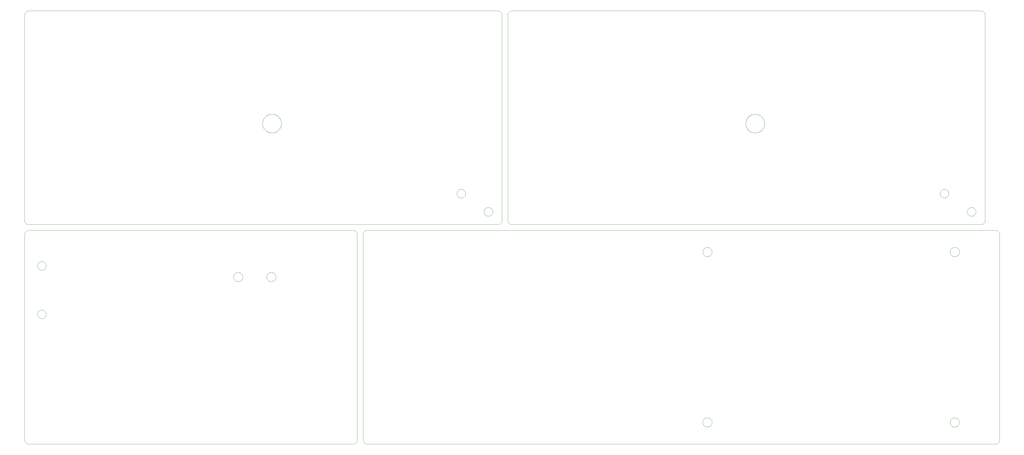
<source format=gko>
G75*
G70*
%OFA0B0*%
%FSLAX24Y24*%
%IPPOS*%
%LPD*%
%AMOC8*
5,1,8,0,0,1.08239X$1,22.5*
%
%ADD10C,0.0039*%
%ADD11C,0.0000*%
D10*
X004103Y003078D02*
X048197Y003078D01*
X048243Y003080D01*
X048289Y003085D01*
X048335Y003094D01*
X048380Y003107D01*
X048423Y003123D01*
X048465Y003142D01*
X048506Y003165D01*
X048544Y003191D01*
X048581Y003220D01*
X048615Y003251D01*
X048646Y003285D01*
X048675Y003322D01*
X048701Y003360D01*
X048724Y003401D01*
X048743Y003443D01*
X048759Y003486D01*
X048772Y003531D01*
X048781Y003577D01*
X048786Y003623D01*
X048788Y003669D01*
X048788Y031622D01*
X048786Y031668D01*
X048781Y031714D01*
X048772Y031760D01*
X048759Y031805D01*
X048743Y031848D01*
X048724Y031890D01*
X048701Y031931D01*
X048675Y031969D01*
X048646Y032006D01*
X048615Y032040D01*
X048581Y032071D01*
X048544Y032100D01*
X048506Y032126D01*
X048465Y032149D01*
X048423Y032168D01*
X048380Y032184D01*
X048335Y032197D01*
X048289Y032206D01*
X048243Y032211D01*
X048197Y032213D01*
X048197Y032212D02*
X004103Y032212D01*
X004103Y032213D02*
X004057Y032211D01*
X004011Y032206D01*
X003965Y032197D01*
X003920Y032184D01*
X003877Y032168D01*
X003835Y032149D01*
X003794Y032126D01*
X003756Y032100D01*
X003719Y032071D01*
X003685Y032040D01*
X003654Y032006D01*
X003625Y031969D01*
X003599Y031931D01*
X003576Y031890D01*
X003557Y031848D01*
X003541Y031805D01*
X003528Y031760D01*
X003519Y031714D01*
X003514Y031668D01*
X003512Y031622D01*
X003512Y003669D01*
X003514Y003623D01*
X003519Y003577D01*
X003528Y003531D01*
X003541Y003486D01*
X003557Y003443D01*
X003576Y003401D01*
X003599Y003360D01*
X003625Y003322D01*
X003654Y003285D01*
X003685Y003251D01*
X003719Y003220D01*
X003756Y003191D01*
X003794Y003165D01*
X003835Y003142D01*
X003877Y003123D01*
X003920Y003107D01*
X003965Y003094D01*
X004011Y003085D01*
X004057Y003080D01*
X004103Y003078D01*
X049575Y003669D02*
X049575Y031622D01*
X049577Y031668D01*
X049582Y031714D01*
X049591Y031760D01*
X049604Y031805D01*
X049620Y031848D01*
X049639Y031890D01*
X049662Y031931D01*
X049688Y031969D01*
X049717Y032006D01*
X049748Y032040D01*
X049782Y032071D01*
X049819Y032100D01*
X049857Y032126D01*
X049898Y032149D01*
X049940Y032168D01*
X049983Y032184D01*
X050028Y032197D01*
X050074Y032206D01*
X050120Y032211D01*
X050166Y032213D01*
X050166Y032212D02*
X135599Y032212D01*
X135599Y032213D02*
X135645Y032211D01*
X135691Y032206D01*
X135737Y032197D01*
X135782Y032184D01*
X135825Y032168D01*
X135867Y032149D01*
X135908Y032126D01*
X135946Y032100D01*
X135983Y032071D01*
X136017Y032040D01*
X136048Y032006D01*
X136077Y031969D01*
X136103Y031931D01*
X136126Y031890D01*
X136145Y031848D01*
X136161Y031805D01*
X136174Y031760D01*
X136183Y031714D01*
X136188Y031668D01*
X136190Y031622D01*
X136189Y031622D02*
X136189Y003669D01*
X136190Y003669D02*
X136188Y003623D01*
X136183Y003577D01*
X136174Y003531D01*
X136161Y003486D01*
X136145Y003443D01*
X136126Y003401D01*
X136103Y003360D01*
X136077Y003322D01*
X136048Y003285D01*
X136017Y003251D01*
X135983Y003220D01*
X135946Y003191D01*
X135908Y003165D01*
X135867Y003142D01*
X135825Y003123D01*
X135782Y003107D01*
X135737Y003094D01*
X135691Y003085D01*
X135645Y003080D01*
X135599Y003078D01*
X050166Y003078D01*
X050120Y003080D01*
X050074Y003085D01*
X050028Y003094D01*
X049983Y003107D01*
X049940Y003123D01*
X049898Y003142D01*
X049857Y003165D01*
X049819Y003191D01*
X049782Y003220D01*
X049748Y003251D01*
X049717Y003285D01*
X049688Y003322D01*
X049662Y003360D01*
X049639Y003401D01*
X049620Y003443D01*
X049604Y003486D01*
X049591Y003531D01*
X049582Y003577D01*
X049577Y003623D01*
X049575Y003669D01*
X067882Y033000D02*
X004103Y033000D01*
X004103Y032999D02*
X004057Y033001D01*
X004011Y033006D01*
X003965Y033015D01*
X003920Y033028D01*
X003877Y033044D01*
X003835Y033063D01*
X003794Y033086D01*
X003756Y033112D01*
X003719Y033141D01*
X003685Y033172D01*
X003654Y033206D01*
X003625Y033243D01*
X003599Y033281D01*
X003576Y033322D01*
X003557Y033364D01*
X003541Y033407D01*
X003528Y033452D01*
X003519Y033498D01*
X003514Y033544D01*
X003512Y033590D01*
X003512Y061543D01*
X003514Y061589D01*
X003519Y061635D01*
X003528Y061681D01*
X003541Y061726D01*
X003557Y061769D01*
X003576Y061811D01*
X003599Y061852D01*
X003625Y061890D01*
X003654Y061927D01*
X003685Y061961D01*
X003719Y061992D01*
X003756Y062021D01*
X003794Y062047D01*
X003835Y062070D01*
X003877Y062089D01*
X003920Y062105D01*
X003965Y062118D01*
X004011Y062127D01*
X004057Y062132D01*
X004103Y062134D01*
X004103Y062133D02*
X067882Y062133D01*
X067882Y062134D02*
X067928Y062132D01*
X067974Y062127D01*
X068020Y062118D01*
X068065Y062105D01*
X068108Y062089D01*
X068150Y062070D01*
X068191Y062047D01*
X068229Y062021D01*
X068266Y061992D01*
X068300Y061961D01*
X068331Y061927D01*
X068360Y061890D01*
X068386Y061852D01*
X068409Y061811D01*
X068428Y061769D01*
X068444Y061726D01*
X068457Y061681D01*
X068466Y061635D01*
X068471Y061589D01*
X068473Y061543D01*
X068473Y033590D01*
X068471Y033544D01*
X068466Y033498D01*
X068457Y033452D01*
X068444Y033407D01*
X068428Y033364D01*
X068409Y033322D01*
X068386Y033281D01*
X068360Y033243D01*
X068331Y033206D01*
X068300Y033172D01*
X068266Y033141D01*
X068229Y033112D01*
X068191Y033086D01*
X068150Y033063D01*
X068108Y033044D01*
X068065Y033028D01*
X068020Y033015D01*
X067974Y033006D01*
X067928Y033001D01*
X067882Y032999D01*
X069260Y033590D02*
X069260Y061543D01*
X069262Y061589D01*
X069267Y061635D01*
X069276Y061681D01*
X069289Y061726D01*
X069305Y061769D01*
X069324Y061811D01*
X069347Y061852D01*
X069373Y061890D01*
X069402Y061927D01*
X069433Y061961D01*
X069467Y061992D01*
X069504Y062021D01*
X069542Y062047D01*
X069583Y062070D01*
X069625Y062089D01*
X069668Y062105D01*
X069713Y062118D01*
X069759Y062127D01*
X069805Y062132D01*
X069851Y062134D01*
X069851Y062133D02*
X133630Y062133D01*
X133630Y062134D02*
X133676Y062132D01*
X133722Y062127D01*
X133768Y062118D01*
X133813Y062105D01*
X133856Y062089D01*
X133898Y062070D01*
X133939Y062047D01*
X133977Y062021D01*
X134014Y061992D01*
X134048Y061961D01*
X134079Y061927D01*
X134108Y061890D01*
X134134Y061852D01*
X134157Y061811D01*
X134176Y061769D01*
X134192Y061726D01*
X134205Y061681D01*
X134214Y061635D01*
X134219Y061589D01*
X134221Y061543D01*
X134221Y033590D01*
X134219Y033544D01*
X134214Y033498D01*
X134205Y033452D01*
X134192Y033407D01*
X134176Y033364D01*
X134157Y033322D01*
X134134Y033281D01*
X134108Y033243D01*
X134079Y033206D01*
X134048Y033172D01*
X134014Y033141D01*
X133977Y033112D01*
X133939Y033086D01*
X133898Y033063D01*
X133856Y033044D01*
X133813Y033028D01*
X133768Y033015D01*
X133722Y033006D01*
X133676Y033001D01*
X133630Y032999D01*
X133630Y033000D02*
X069851Y033000D01*
X069851Y032999D02*
X069805Y033001D01*
X069759Y033006D01*
X069713Y033015D01*
X069668Y033028D01*
X069625Y033044D01*
X069583Y033063D01*
X069542Y033086D01*
X069504Y033112D01*
X069467Y033141D01*
X069433Y033172D01*
X069402Y033206D01*
X069373Y033243D01*
X069347Y033281D01*
X069324Y033322D01*
X069305Y033364D01*
X069289Y033407D01*
X069276Y033452D01*
X069267Y033498D01*
X069262Y033544D01*
X069260Y033590D01*
D11*
X066031Y034746D02*
X066033Y034794D01*
X066039Y034842D01*
X066049Y034889D01*
X066062Y034935D01*
X066080Y034980D01*
X066100Y035024D01*
X066125Y035066D01*
X066153Y035105D01*
X066183Y035142D01*
X066217Y035176D01*
X066254Y035208D01*
X066292Y035237D01*
X066333Y035262D01*
X066376Y035284D01*
X066421Y035302D01*
X066467Y035316D01*
X066514Y035327D01*
X066562Y035334D01*
X066610Y035337D01*
X066658Y035336D01*
X066706Y035331D01*
X066754Y035322D01*
X066800Y035310D01*
X066845Y035293D01*
X066889Y035273D01*
X066931Y035250D01*
X066971Y035223D01*
X067009Y035193D01*
X067044Y035160D01*
X067076Y035124D01*
X067106Y035086D01*
X067132Y035045D01*
X067154Y035002D01*
X067174Y034958D01*
X067189Y034913D01*
X067201Y034866D01*
X067209Y034818D01*
X067213Y034770D01*
X067213Y034722D01*
X067209Y034674D01*
X067201Y034626D01*
X067189Y034579D01*
X067174Y034534D01*
X067154Y034490D01*
X067132Y034447D01*
X067106Y034406D01*
X067076Y034368D01*
X067044Y034332D01*
X067009Y034299D01*
X066971Y034269D01*
X066931Y034242D01*
X066889Y034219D01*
X066845Y034199D01*
X066800Y034182D01*
X066754Y034170D01*
X066706Y034161D01*
X066658Y034156D01*
X066610Y034155D01*
X066562Y034158D01*
X066514Y034165D01*
X066467Y034176D01*
X066421Y034190D01*
X066376Y034208D01*
X066333Y034230D01*
X066292Y034255D01*
X066254Y034284D01*
X066217Y034316D01*
X066183Y034350D01*
X066153Y034387D01*
X066125Y034426D01*
X066100Y034468D01*
X066080Y034512D01*
X066062Y034557D01*
X066049Y034603D01*
X066039Y034650D01*
X066033Y034698D01*
X066031Y034746D01*
X062330Y037227D02*
X062332Y037275D01*
X062338Y037323D01*
X062348Y037370D01*
X062361Y037416D01*
X062379Y037461D01*
X062399Y037505D01*
X062424Y037547D01*
X062452Y037586D01*
X062482Y037623D01*
X062516Y037657D01*
X062553Y037689D01*
X062591Y037718D01*
X062632Y037743D01*
X062675Y037765D01*
X062720Y037783D01*
X062766Y037797D01*
X062813Y037808D01*
X062861Y037815D01*
X062909Y037818D01*
X062957Y037817D01*
X063005Y037812D01*
X063053Y037803D01*
X063099Y037791D01*
X063144Y037774D01*
X063188Y037754D01*
X063230Y037731D01*
X063270Y037704D01*
X063308Y037674D01*
X063343Y037641D01*
X063375Y037605D01*
X063405Y037567D01*
X063431Y037526D01*
X063453Y037483D01*
X063473Y037439D01*
X063488Y037394D01*
X063500Y037347D01*
X063508Y037299D01*
X063512Y037251D01*
X063512Y037203D01*
X063508Y037155D01*
X063500Y037107D01*
X063488Y037060D01*
X063473Y037015D01*
X063453Y036971D01*
X063431Y036928D01*
X063405Y036887D01*
X063375Y036849D01*
X063343Y036813D01*
X063308Y036780D01*
X063270Y036750D01*
X063230Y036723D01*
X063188Y036700D01*
X063144Y036680D01*
X063099Y036663D01*
X063053Y036651D01*
X063005Y036642D01*
X062957Y036637D01*
X062909Y036636D01*
X062861Y036639D01*
X062813Y036646D01*
X062766Y036657D01*
X062720Y036671D01*
X062675Y036689D01*
X062632Y036711D01*
X062591Y036736D01*
X062553Y036765D01*
X062516Y036797D01*
X062482Y036831D01*
X062452Y036868D01*
X062424Y036907D01*
X062399Y036949D01*
X062379Y036993D01*
X062361Y037038D01*
X062348Y037084D01*
X062338Y037131D01*
X062332Y037179D01*
X062330Y037227D01*
X035893Y046779D02*
X035895Y046850D01*
X035901Y046921D01*
X035911Y046992D01*
X035925Y047061D01*
X035942Y047130D01*
X035964Y047198D01*
X035989Y047265D01*
X036018Y047330D01*
X036050Y047393D01*
X036086Y047455D01*
X036125Y047514D01*
X036168Y047571D01*
X036213Y047626D01*
X036262Y047678D01*
X036313Y047727D01*
X036367Y047773D01*
X036424Y047817D01*
X036482Y047857D01*
X036543Y047893D01*
X036606Y047927D01*
X036671Y047956D01*
X036737Y047982D01*
X036805Y048005D01*
X036873Y048023D01*
X036943Y048038D01*
X037013Y048049D01*
X037084Y048056D01*
X037155Y048059D01*
X037226Y048058D01*
X037297Y048053D01*
X037368Y048044D01*
X037438Y048031D01*
X037507Y048015D01*
X037575Y047994D01*
X037642Y047970D01*
X037708Y047942D01*
X037771Y047910D01*
X037833Y047875D01*
X037893Y047837D01*
X037951Y047795D01*
X038006Y047751D01*
X038059Y047703D01*
X038109Y047652D01*
X038156Y047599D01*
X038200Y047543D01*
X038241Y047485D01*
X038279Y047424D01*
X038313Y047362D01*
X038343Y047297D01*
X038370Y047232D01*
X038394Y047164D01*
X038413Y047096D01*
X038429Y047027D01*
X038441Y046956D01*
X038449Y046886D01*
X038453Y046815D01*
X038453Y046743D01*
X038449Y046672D01*
X038441Y046602D01*
X038429Y046531D01*
X038413Y046462D01*
X038394Y046394D01*
X038370Y046326D01*
X038343Y046261D01*
X038313Y046196D01*
X038279Y046134D01*
X038241Y046073D01*
X038200Y046015D01*
X038156Y045959D01*
X038109Y045906D01*
X038059Y045855D01*
X038006Y045807D01*
X037951Y045763D01*
X037893Y045721D01*
X037833Y045683D01*
X037771Y045648D01*
X037708Y045616D01*
X037642Y045588D01*
X037575Y045564D01*
X037507Y045543D01*
X037438Y045527D01*
X037368Y045514D01*
X037297Y045505D01*
X037226Y045500D01*
X037155Y045499D01*
X037084Y045502D01*
X037013Y045509D01*
X036943Y045520D01*
X036873Y045535D01*
X036805Y045553D01*
X036737Y045576D01*
X036671Y045602D01*
X036606Y045631D01*
X036543Y045665D01*
X036482Y045701D01*
X036424Y045741D01*
X036367Y045785D01*
X036313Y045831D01*
X036262Y045880D01*
X036213Y045932D01*
X036168Y045987D01*
X036125Y046044D01*
X036086Y046103D01*
X036050Y046165D01*
X036018Y046228D01*
X035989Y046293D01*
X035964Y046360D01*
X035942Y046428D01*
X035925Y046497D01*
X035911Y046566D01*
X035901Y046637D01*
X035895Y046708D01*
X035893Y046779D01*
X005272Y027378D02*
X005274Y027426D01*
X005280Y027474D01*
X005290Y027521D01*
X005303Y027567D01*
X005321Y027612D01*
X005341Y027656D01*
X005366Y027698D01*
X005394Y027737D01*
X005424Y027774D01*
X005458Y027808D01*
X005495Y027840D01*
X005533Y027869D01*
X005574Y027894D01*
X005617Y027916D01*
X005662Y027934D01*
X005708Y027948D01*
X005755Y027959D01*
X005803Y027966D01*
X005851Y027969D01*
X005899Y027968D01*
X005947Y027963D01*
X005995Y027954D01*
X006041Y027942D01*
X006086Y027925D01*
X006130Y027905D01*
X006172Y027882D01*
X006212Y027855D01*
X006250Y027825D01*
X006285Y027792D01*
X006317Y027756D01*
X006347Y027718D01*
X006373Y027677D01*
X006395Y027634D01*
X006415Y027590D01*
X006430Y027545D01*
X006442Y027498D01*
X006450Y027450D01*
X006454Y027402D01*
X006454Y027354D01*
X006450Y027306D01*
X006442Y027258D01*
X006430Y027211D01*
X006415Y027166D01*
X006395Y027122D01*
X006373Y027079D01*
X006347Y027038D01*
X006317Y027000D01*
X006285Y026964D01*
X006250Y026931D01*
X006212Y026901D01*
X006172Y026874D01*
X006130Y026851D01*
X006086Y026831D01*
X006041Y026814D01*
X005995Y026802D01*
X005947Y026793D01*
X005899Y026788D01*
X005851Y026787D01*
X005803Y026790D01*
X005755Y026797D01*
X005708Y026808D01*
X005662Y026822D01*
X005617Y026840D01*
X005574Y026862D01*
X005533Y026887D01*
X005495Y026916D01*
X005458Y026948D01*
X005424Y026982D01*
X005394Y027019D01*
X005366Y027058D01*
X005341Y027100D01*
X005321Y027144D01*
X005303Y027189D01*
X005290Y027235D01*
X005280Y027282D01*
X005274Y027330D01*
X005272Y027378D01*
X005272Y020764D02*
X005274Y020812D01*
X005280Y020860D01*
X005290Y020907D01*
X005303Y020953D01*
X005321Y020998D01*
X005341Y021042D01*
X005366Y021084D01*
X005394Y021123D01*
X005424Y021160D01*
X005458Y021194D01*
X005495Y021226D01*
X005533Y021255D01*
X005574Y021280D01*
X005617Y021302D01*
X005662Y021320D01*
X005708Y021334D01*
X005755Y021345D01*
X005803Y021352D01*
X005851Y021355D01*
X005899Y021354D01*
X005947Y021349D01*
X005995Y021340D01*
X006041Y021328D01*
X006086Y021311D01*
X006130Y021291D01*
X006172Y021268D01*
X006212Y021241D01*
X006250Y021211D01*
X006285Y021178D01*
X006317Y021142D01*
X006347Y021104D01*
X006373Y021063D01*
X006395Y021020D01*
X006415Y020976D01*
X006430Y020931D01*
X006442Y020884D01*
X006450Y020836D01*
X006454Y020788D01*
X006454Y020740D01*
X006450Y020692D01*
X006442Y020644D01*
X006430Y020597D01*
X006415Y020552D01*
X006395Y020508D01*
X006373Y020465D01*
X006347Y020424D01*
X006317Y020386D01*
X006285Y020350D01*
X006250Y020317D01*
X006212Y020287D01*
X006172Y020260D01*
X006130Y020237D01*
X006086Y020217D01*
X006041Y020200D01*
X005995Y020188D01*
X005947Y020179D01*
X005899Y020174D01*
X005851Y020173D01*
X005803Y020176D01*
X005755Y020183D01*
X005708Y020194D01*
X005662Y020208D01*
X005617Y020226D01*
X005574Y020248D01*
X005533Y020273D01*
X005495Y020302D01*
X005458Y020334D01*
X005424Y020368D01*
X005394Y020405D01*
X005366Y020444D01*
X005341Y020486D01*
X005321Y020530D01*
X005303Y020575D01*
X005290Y020621D01*
X005280Y020668D01*
X005274Y020716D01*
X005272Y020764D01*
X031947Y025852D02*
X031949Y025902D01*
X031955Y025952D01*
X031965Y026001D01*
X031979Y026049D01*
X031996Y026096D01*
X032017Y026141D01*
X032042Y026185D01*
X032070Y026226D01*
X032102Y026265D01*
X032136Y026302D01*
X032173Y026336D01*
X032213Y026366D01*
X032255Y026393D01*
X032299Y026417D01*
X032345Y026438D01*
X032392Y026454D01*
X032440Y026467D01*
X032490Y026476D01*
X032539Y026481D01*
X032590Y026482D01*
X032640Y026479D01*
X032689Y026472D01*
X032738Y026461D01*
X032786Y026446D01*
X032832Y026428D01*
X032877Y026406D01*
X032920Y026380D01*
X032961Y026351D01*
X033000Y026319D01*
X033036Y026284D01*
X033068Y026246D01*
X033098Y026206D01*
X033125Y026163D01*
X033148Y026119D01*
X033167Y026073D01*
X033183Y026025D01*
X033195Y025976D01*
X033203Y025927D01*
X033207Y025877D01*
X033207Y025827D01*
X033203Y025777D01*
X033195Y025728D01*
X033183Y025679D01*
X033167Y025631D01*
X033148Y025585D01*
X033125Y025541D01*
X033098Y025498D01*
X033068Y025458D01*
X033036Y025420D01*
X033000Y025385D01*
X032961Y025353D01*
X032920Y025324D01*
X032877Y025298D01*
X032832Y025276D01*
X032786Y025258D01*
X032738Y025243D01*
X032689Y025232D01*
X032640Y025225D01*
X032590Y025222D01*
X032539Y025223D01*
X032490Y025228D01*
X032440Y025237D01*
X032392Y025250D01*
X032345Y025266D01*
X032299Y025287D01*
X032255Y025311D01*
X032213Y025338D01*
X032173Y025368D01*
X032136Y025402D01*
X032102Y025439D01*
X032070Y025478D01*
X032042Y025519D01*
X032017Y025563D01*
X031996Y025608D01*
X031979Y025655D01*
X031965Y025703D01*
X031955Y025752D01*
X031949Y025802D01*
X031947Y025852D01*
X036447Y025852D02*
X036449Y025902D01*
X036455Y025952D01*
X036465Y026001D01*
X036479Y026049D01*
X036496Y026096D01*
X036517Y026141D01*
X036542Y026185D01*
X036570Y026226D01*
X036602Y026265D01*
X036636Y026302D01*
X036673Y026336D01*
X036713Y026366D01*
X036755Y026393D01*
X036799Y026417D01*
X036845Y026438D01*
X036892Y026454D01*
X036940Y026467D01*
X036990Y026476D01*
X037039Y026481D01*
X037090Y026482D01*
X037140Y026479D01*
X037189Y026472D01*
X037238Y026461D01*
X037286Y026446D01*
X037332Y026428D01*
X037377Y026406D01*
X037420Y026380D01*
X037461Y026351D01*
X037500Y026319D01*
X037536Y026284D01*
X037568Y026246D01*
X037598Y026206D01*
X037625Y026163D01*
X037648Y026119D01*
X037667Y026073D01*
X037683Y026025D01*
X037695Y025976D01*
X037703Y025927D01*
X037707Y025877D01*
X037707Y025827D01*
X037703Y025777D01*
X037695Y025728D01*
X037683Y025679D01*
X037667Y025631D01*
X037648Y025585D01*
X037625Y025541D01*
X037598Y025498D01*
X037568Y025458D01*
X037536Y025420D01*
X037500Y025385D01*
X037461Y025353D01*
X037420Y025324D01*
X037377Y025298D01*
X037332Y025276D01*
X037286Y025258D01*
X037238Y025243D01*
X037189Y025232D01*
X037140Y025225D01*
X037090Y025222D01*
X037039Y025223D01*
X036990Y025228D01*
X036940Y025237D01*
X036892Y025250D01*
X036845Y025266D01*
X036799Y025287D01*
X036755Y025311D01*
X036713Y025338D01*
X036673Y025368D01*
X036636Y025402D01*
X036602Y025439D01*
X036570Y025478D01*
X036542Y025519D01*
X036517Y025563D01*
X036496Y025608D01*
X036479Y025655D01*
X036465Y025703D01*
X036455Y025752D01*
X036449Y025802D01*
X036447Y025852D01*
X095795Y029259D02*
X095797Y029309D01*
X095803Y029359D01*
X095813Y029408D01*
X095827Y029456D01*
X095844Y029503D01*
X095865Y029548D01*
X095890Y029592D01*
X095918Y029633D01*
X095950Y029672D01*
X095984Y029709D01*
X096021Y029743D01*
X096061Y029773D01*
X096103Y029800D01*
X096147Y029824D01*
X096193Y029845D01*
X096240Y029861D01*
X096288Y029874D01*
X096338Y029883D01*
X096387Y029888D01*
X096438Y029889D01*
X096488Y029886D01*
X096537Y029879D01*
X096586Y029868D01*
X096634Y029853D01*
X096680Y029835D01*
X096725Y029813D01*
X096768Y029787D01*
X096809Y029758D01*
X096848Y029726D01*
X096884Y029691D01*
X096916Y029653D01*
X096946Y029613D01*
X096973Y029570D01*
X096996Y029526D01*
X097015Y029480D01*
X097031Y029432D01*
X097043Y029383D01*
X097051Y029334D01*
X097055Y029284D01*
X097055Y029234D01*
X097051Y029184D01*
X097043Y029135D01*
X097031Y029086D01*
X097015Y029038D01*
X096996Y028992D01*
X096973Y028948D01*
X096946Y028905D01*
X096916Y028865D01*
X096884Y028827D01*
X096848Y028792D01*
X096809Y028760D01*
X096768Y028731D01*
X096725Y028705D01*
X096680Y028683D01*
X096634Y028665D01*
X096586Y028650D01*
X096537Y028639D01*
X096488Y028632D01*
X096438Y028629D01*
X096387Y028630D01*
X096338Y028635D01*
X096288Y028644D01*
X096240Y028657D01*
X096193Y028673D01*
X096147Y028694D01*
X096103Y028718D01*
X096061Y028745D01*
X096021Y028775D01*
X095984Y028809D01*
X095950Y028846D01*
X095918Y028885D01*
X095890Y028926D01*
X095865Y028970D01*
X095844Y029015D01*
X095827Y029062D01*
X095813Y029110D01*
X095803Y029159D01*
X095797Y029209D01*
X095795Y029259D01*
X128078Y037227D02*
X128080Y037275D01*
X128086Y037323D01*
X128096Y037370D01*
X128109Y037416D01*
X128127Y037461D01*
X128147Y037505D01*
X128172Y037547D01*
X128200Y037586D01*
X128230Y037623D01*
X128264Y037657D01*
X128301Y037689D01*
X128339Y037718D01*
X128380Y037743D01*
X128423Y037765D01*
X128468Y037783D01*
X128514Y037797D01*
X128561Y037808D01*
X128609Y037815D01*
X128657Y037818D01*
X128705Y037817D01*
X128753Y037812D01*
X128801Y037803D01*
X128847Y037791D01*
X128892Y037774D01*
X128936Y037754D01*
X128978Y037731D01*
X129018Y037704D01*
X129056Y037674D01*
X129091Y037641D01*
X129123Y037605D01*
X129153Y037567D01*
X129179Y037526D01*
X129201Y037483D01*
X129221Y037439D01*
X129236Y037394D01*
X129248Y037347D01*
X129256Y037299D01*
X129260Y037251D01*
X129260Y037203D01*
X129256Y037155D01*
X129248Y037107D01*
X129236Y037060D01*
X129221Y037015D01*
X129201Y036971D01*
X129179Y036928D01*
X129153Y036887D01*
X129123Y036849D01*
X129091Y036813D01*
X129056Y036780D01*
X129018Y036750D01*
X128978Y036723D01*
X128936Y036700D01*
X128892Y036680D01*
X128847Y036663D01*
X128801Y036651D01*
X128753Y036642D01*
X128705Y036637D01*
X128657Y036636D01*
X128609Y036639D01*
X128561Y036646D01*
X128514Y036657D01*
X128468Y036671D01*
X128423Y036689D01*
X128380Y036711D01*
X128339Y036736D01*
X128301Y036765D01*
X128264Y036797D01*
X128230Y036831D01*
X128200Y036868D01*
X128172Y036907D01*
X128147Y036949D01*
X128127Y036993D01*
X128109Y037038D01*
X128096Y037084D01*
X128086Y037131D01*
X128080Y037179D01*
X128078Y037227D01*
X131779Y034746D02*
X131781Y034794D01*
X131787Y034842D01*
X131797Y034889D01*
X131810Y034935D01*
X131828Y034980D01*
X131848Y035024D01*
X131873Y035066D01*
X131901Y035105D01*
X131931Y035142D01*
X131965Y035176D01*
X132002Y035208D01*
X132040Y035237D01*
X132081Y035262D01*
X132124Y035284D01*
X132169Y035302D01*
X132215Y035316D01*
X132262Y035327D01*
X132310Y035334D01*
X132358Y035337D01*
X132406Y035336D01*
X132454Y035331D01*
X132502Y035322D01*
X132548Y035310D01*
X132593Y035293D01*
X132637Y035273D01*
X132679Y035250D01*
X132719Y035223D01*
X132757Y035193D01*
X132792Y035160D01*
X132824Y035124D01*
X132854Y035086D01*
X132880Y035045D01*
X132902Y035002D01*
X132922Y034958D01*
X132937Y034913D01*
X132949Y034866D01*
X132957Y034818D01*
X132961Y034770D01*
X132961Y034722D01*
X132957Y034674D01*
X132949Y034626D01*
X132937Y034579D01*
X132922Y034534D01*
X132902Y034490D01*
X132880Y034447D01*
X132854Y034406D01*
X132824Y034368D01*
X132792Y034332D01*
X132757Y034299D01*
X132719Y034269D01*
X132679Y034242D01*
X132637Y034219D01*
X132593Y034199D01*
X132548Y034182D01*
X132502Y034170D01*
X132454Y034161D01*
X132406Y034156D01*
X132358Y034155D01*
X132310Y034158D01*
X132262Y034165D01*
X132215Y034176D01*
X132169Y034190D01*
X132124Y034208D01*
X132081Y034230D01*
X132040Y034255D01*
X132002Y034284D01*
X131965Y034316D01*
X131931Y034350D01*
X131901Y034387D01*
X131873Y034426D01*
X131848Y034468D01*
X131828Y034512D01*
X131810Y034557D01*
X131797Y034603D01*
X131787Y034650D01*
X131781Y034698D01*
X131779Y034746D01*
X129457Y029259D02*
X129459Y029309D01*
X129465Y029359D01*
X129475Y029408D01*
X129489Y029456D01*
X129506Y029503D01*
X129527Y029548D01*
X129552Y029592D01*
X129580Y029633D01*
X129612Y029672D01*
X129646Y029709D01*
X129683Y029743D01*
X129723Y029773D01*
X129765Y029800D01*
X129809Y029824D01*
X129855Y029845D01*
X129902Y029861D01*
X129950Y029874D01*
X130000Y029883D01*
X130049Y029888D01*
X130100Y029889D01*
X130150Y029886D01*
X130199Y029879D01*
X130248Y029868D01*
X130296Y029853D01*
X130342Y029835D01*
X130387Y029813D01*
X130430Y029787D01*
X130471Y029758D01*
X130510Y029726D01*
X130546Y029691D01*
X130578Y029653D01*
X130608Y029613D01*
X130635Y029570D01*
X130658Y029526D01*
X130677Y029480D01*
X130693Y029432D01*
X130705Y029383D01*
X130713Y029334D01*
X130717Y029284D01*
X130717Y029234D01*
X130713Y029184D01*
X130705Y029135D01*
X130693Y029086D01*
X130677Y029038D01*
X130658Y028992D01*
X130635Y028948D01*
X130608Y028905D01*
X130578Y028865D01*
X130546Y028827D01*
X130510Y028792D01*
X130471Y028760D01*
X130430Y028731D01*
X130387Y028705D01*
X130342Y028683D01*
X130296Y028665D01*
X130248Y028650D01*
X130199Y028639D01*
X130150Y028632D01*
X130100Y028629D01*
X130049Y028630D01*
X130000Y028635D01*
X129950Y028644D01*
X129902Y028657D01*
X129855Y028673D01*
X129809Y028694D01*
X129765Y028718D01*
X129723Y028745D01*
X129683Y028775D01*
X129646Y028809D01*
X129612Y028846D01*
X129580Y028885D01*
X129552Y028926D01*
X129527Y028970D01*
X129506Y029015D01*
X129489Y029062D01*
X129475Y029110D01*
X129465Y029159D01*
X129459Y029209D01*
X129457Y029259D01*
X101642Y046779D02*
X101644Y046850D01*
X101650Y046921D01*
X101660Y046992D01*
X101674Y047061D01*
X101691Y047130D01*
X101713Y047198D01*
X101738Y047265D01*
X101767Y047330D01*
X101799Y047393D01*
X101835Y047455D01*
X101874Y047514D01*
X101917Y047571D01*
X101962Y047626D01*
X102011Y047678D01*
X102062Y047727D01*
X102116Y047773D01*
X102173Y047817D01*
X102231Y047857D01*
X102292Y047893D01*
X102355Y047927D01*
X102420Y047956D01*
X102486Y047982D01*
X102554Y048005D01*
X102622Y048023D01*
X102692Y048038D01*
X102762Y048049D01*
X102833Y048056D01*
X102904Y048059D01*
X102975Y048058D01*
X103046Y048053D01*
X103117Y048044D01*
X103187Y048031D01*
X103256Y048015D01*
X103324Y047994D01*
X103391Y047970D01*
X103457Y047942D01*
X103520Y047910D01*
X103582Y047875D01*
X103642Y047837D01*
X103700Y047795D01*
X103755Y047751D01*
X103808Y047703D01*
X103858Y047652D01*
X103905Y047599D01*
X103949Y047543D01*
X103990Y047485D01*
X104028Y047424D01*
X104062Y047362D01*
X104092Y047297D01*
X104119Y047232D01*
X104143Y047164D01*
X104162Y047096D01*
X104178Y047027D01*
X104190Y046956D01*
X104198Y046886D01*
X104202Y046815D01*
X104202Y046743D01*
X104198Y046672D01*
X104190Y046602D01*
X104178Y046531D01*
X104162Y046462D01*
X104143Y046394D01*
X104119Y046326D01*
X104092Y046261D01*
X104062Y046196D01*
X104028Y046134D01*
X103990Y046073D01*
X103949Y046015D01*
X103905Y045959D01*
X103858Y045906D01*
X103808Y045855D01*
X103755Y045807D01*
X103700Y045763D01*
X103642Y045721D01*
X103582Y045683D01*
X103520Y045648D01*
X103457Y045616D01*
X103391Y045588D01*
X103324Y045564D01*
X103256Y045543D01*
X103187Y045527D01*
X103117Y045514D01*
X103046Y045505D01*
X102975Y045500D01*
X102904Y045499D01*
X102833Y045502D01*
X102762Y045509D01*
X102692Y045520D01*
X102622Y045535D01*
X102554Y045553D01*
X102486Y045576D01*
X102420Y045602D01*
X102355Y045631D01*
X102292Y045665D01*
X102231Y045701D01*
X102173Y045741D01*
X102116Y045785D01*
X102062Y045831D01*
X102011Y045880D01*
X101962Y045932D01*
X101917Y045987D01*
X101874Y046044D01*
X101835Y046103D01*
X101799Y046165D01*
X101767Y046228D01*
X101738Y046293D01*
X101713Y046360D01*
X101691Y046428D01*
X101674Y046497D01*
X101660Y046566D01*
X101650Y046637D01*
X101644Y046708D01*
X101642Y046779D01*
X095795Y006031D02*
X095797Y006081D01*
X095803Y006131D01*
X095813Y006180D01*
X095827Y006228D01*
X095844Y006275D01*
X095865Y006320D01*
X095890Y006364D01*
X095918Y006405D01*
X095950Y006444D01*
X095984Y006481D01*
X096021Y006515D01*
X096061Y006545D01*
X096103Y006572D01*
X096147Y006596D01*
X096193Y006617D01*
X096240Y006633D01*
X096288Y006646D01*
X096338Y006655D01*
X096387Y006660D01*
X096438Y006661D01*
X096488Y006658D01*
X096537Y006651D01*
X096586Y006640D01*
X096634Y006625D01*
X096680Y006607D01*
X096725Y006585D01*
X096768Y006559D01*
X096809Y006530D01*
X096848Y006498D01*
X096884Y006463D01*
X096916Y006425D01*
X096946Y006385D01*
X096973Y006342D01*
X096996Y006298D01*
X097015Y006252D01*
X097031Y006204D01*
X097043Y006155D01*
X097051Y006106D01*
X097055Y006056D01*
X097055Y006006D01*
X097051Y005956D01*
X097043Y005907D01*
X097031Y005858D01*
X097015Y005810D01*
X096996Y005764D01*
X096973Y005720D01*
X096946Y005677D01*
X096916Y005637D01*
X096884Y005599D01*
X096848Y005564D01*
X096809Y005532D01*
X096768Y005503D01*
X096725Y005477D01*
X096680Y005455D01*
X096634Y005437D01*
X096586Y005422D01*
X096537Y005411D01*
X096488Y005404D01*
X096438Y005401D01*
X096387Y005402D01*
X096338Y005407D01*
X096288Y005416D01*
X096240Y005429D01*
X096193Y005445D01*
X096147Y005466D01*
X096103Y005490D01*
X096061Y005517D01*
X096021Y005547D01*
X095984Y005581D01*
X095950Y005618D01*
X095918Y005657D01*
X095890Y005698D01*
X095865Y005742D01*
X095844Y005787D01*
X095827Y005834D01*
X095813Y005882D01*
X095803Y005931D01*
X095797Y005981D01*
X095795Y006031D01*
X129457Y006031D02*
X129459Y006081D01*
X129465Y006131D01*
X129475Y006180D01*
X129489Y006228D01*
X129506Y006275D01*
X129527Y006320D01*
X129552Y006364D01*
X129580Y006405D01*
X129612Y006444D01*
X129646Y006481D01*
X129683Y006515D01*
X129723Y006545D01*
X129765Y006572D01*
X129809Y006596D01*
X129855Y006617D01*
X129902Y006633D01*
X129950Y006646D01*
X130000Y006655D01*
X130049Y006660D01*
X130100Y006661D01*
X130150Y006658D01*
X130199Y006651D01*
X130248Y006640D01*
X130296Y006625D01*
X130342Y006607D01*
X130387Y006585D01*
X130430Y006559D01*
X130471Y006530D01*
X130510Y006498D01*
X130546Y006463D01*
X130578Y006425D01*
X130608Y006385D01*
X130635Y006342D01*
X130658Y006298D01*
X130677Y006252D01*
X130693Y006204D01*
X130705Y006155D01*
X130713Y006106D01*
X130717Y006056D01*
X130717Y006006D01*
X130713Y005956D01*
X130705Y005907D01*
X130693Y005858D01*
X130677Y005810D01*
X130658Y005764D01*
X130635Y005720D01*
X130608Y005677D01*
X130578Y005637D01*
X130546Y005599D01*
X130510Y005564D01*
X130471Y005532D01*
X130430Y005503D01*
X130387Y005477D01*
X130342Y005455D01*
X130296Y005437D01*
X130248Y005422D01*
X130199Y005411D01*
X130150Y005404D01*
X130100Y005401D01*
X130049Y005402D01*
X130000Y005407D01*
X129950Y005416D01*
X129902Y005429D01*
X129855Y005445D01*
X129809Y005466D01*
X129765Y005490D01*
X129723Y005517D01*
X129683Y005547D01*
X129646Y005581D01*
X129612Y005618D01*
X129580Y005657D01*
X129552Y005698D01*
X129527Y005742D01*
X129506Y005787D01*
X129489Y005834D01*
X129475Y005882D01*
X129465Y005931D01*
X129459Y005981D01*
X129457Y006031D01*
M02*

</source>
